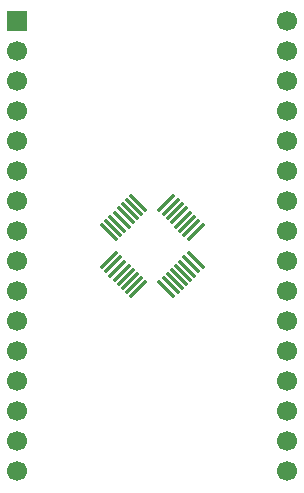
<source format=gts>
G04 #@! TF.GenerationSoftware,KiCad,Pcbnew,9.0.6*
G04 #@! TF.CreationDate,2026-01-07T21:32:32-06:00*
G04 #@! TF.ProjectId,QFP-32_5x5_P0.5,5146502d-3332-45f3-9578-355f50302e35,rev?*
G04 #@! TF.SameCoordinates,Original*
G04 #@! TF.FileFunction,Soldermask,Top*
G04 #@! TF.FilePolarity,Negative*
%FSLAX46Y46*%
G04 Gerber Fmt 4.6, Leading zero omitted, Abs format (unit mm)*
G04 Created by KiCad (PCBNEW 9.0.6) date 2026-01-07 21:32:32*
%MOMM*%
%LPD*%
G01*
G04 APERTURE LIST*
G04 Aperture macros list*
%AMRoundRect*
0 Rectangle with rounded corners*
0 $1 Rounding radius*
0 $2 $3 $4 $5 $6 $7 $8 $9 X,Y pos of 4 corners*
0 Add a 4 corners polygon primitive as box body*
4,1,4,$2,$3,$4,$5,$6,$7,$8,$9,$2,$3,0*
0 Add four circle primitives for the rounded corners*
1,1,$1+$1,$2,$3*
1,1,$1+$1,$4,$5*
1,1,$1+$1,$6,$7*
1,1,$1+$1,$8,$9*
0 Add four rect primitives between the rounded corners*
20,1,$1+$1,$2,$3,$4,$5,0*
20,1,$1+$1,$4,$5,$6,$7,0*
20,1,$1+$1,$6,$7,$8,$9,0*
20,1,$1+$1,$8,$9,$2,$3,0*%
G04 Aperture macros list end*
%ADD10RoundRect,0.075000X-0.707107X0.601041X0.601041X-0.707107X0.707107X-0.601041X-0.601041X0.707107X0*%
%ADD11RoundRect,0.075000X-0.707107X-0.601041X-0.601041X-0.707107X0.707107X0.601041X0.601041X0.707107X0*%
%ADD12R,1.700000X1.700000*%
%ADD13C,1.700000*%
G04 APERTURE END LIST*
D10*
X137240293Y-116985419D03*
X136886739Y-117338972D03*
X136533186Y-117692526D03*
X136179633Y-118046079D03*
X135826079Y-118399633D03*
X135472526Y-118753186D03*
X135118972Y-119106739D03*
X134765419Y-119460293D03*
D11*
X134765419Y-121839707D03*
X135118972Y-122193261D03*
X135472526Y-122546814D03*
X135826079Y-122900367D03*
X136179633Y-123253921D03*
X136533186Y-123607474D03*
X136886739Y-123961028D03*
X137240293Y-124314581D03*
D10*
X139619707Y-124314581D03*
X139973261Y-123961028D03*
X140326814Y-123607474D03*
X140680367Y-123253921D03*
X141033921Y-122900367D03*
X141387474Y-122546814D03*
X141741028Y-122193261D03*
X142094581Y-121839707D03*
D11*
X142094581Y-119460293D03*
X141741028Y-119106739D03*
X141387474Y-118753186D03*
X141033921Y-118399633D03*
X140680367Y-118046079D03*
X140326814Y-117692526D03*
X139973261Y-117338972D03*
X139619707Y-116985419D03*
D12*
X127000000Y-101600000D03*
D13*
X127000000Y-104140000D03*
X127000000Y-106680000D03*
X127000000Y-109220000D03*
X127000000Y-111760000D03*
X127000000Y-114300000D03*
X127000000Y-116840000D03*
X127000000Y-119380000D03*
X127000000Y-121920000D03*
X127000000Y-124460000D03*
X127000000Y-127000000D03*
X127000000Y-129540000D03*
X127000000Y-132080000D03*
X127000000Y-134620000D03*
X127000000Y-137160000D03*
X127000000Y-139700000D03*
X149860000Y-101600000D03*
X149860000Y-104140000D03*
X149860000Y-106680000D03*
X149860000Y-109220000D03*
X149860000Y-111760000D03*
X149860000Y-114300000D03*
X149860000Y-116840000D03*
X149860000Y-119380000D03*
X149860000Y-121920000D03*
X149860000Y-124460000D03*
X149860000Y-127000000D03*
X149860000Y-129540000D03*
X149860000Y-132080000D03*
X149860000Y-134620000D03*
X149860000Y-137160000D03*
X149860000Y-139700000D03*
M02*

</source>
